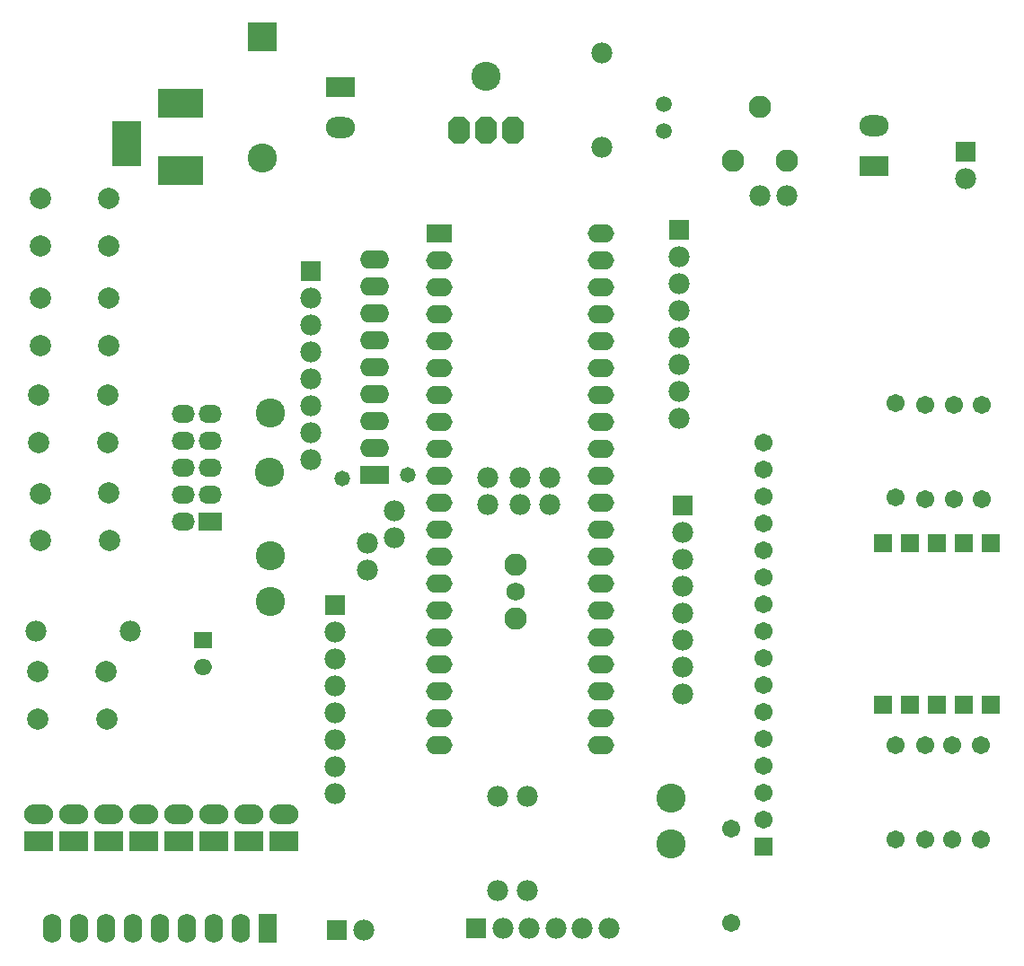
<source format=gts>
G04*
G04 #@! TF.GenerationSoftware,Altium Limited,Altium Designer,21.0.8 (223)*
G04*
G04 Layer_Color=8388736*
%FSAX24Y24*%
%MOIN*%
G70*
G04*
G04 #@! TF.SameCoordinates,60160E94-E268-4AC3-8077-459848BE01EC*
G04*
G04*
G04 #@! TF.FilePolarity,Negative*
G04*
G01*
G75*
%ADD20C,0.0780*%
%ADD21O,0.0980X0.0680*%
%ADD22R,0.0980X0.0680*%
%ADD23C,0.1080*%
%ADD24R,0.1080X0.1080*%
%ADD25R,0.1680X0.1080*%
%ADD26R,0.1080X0.1680*%
%ADD27C,0.0830*%
%ADD28C,0.0680*%
%ADD29C,0.0671*%
%ADD30R,0.0671X0.0671*%
%ADD31C,0.0789*%
%ADD32R,0.0780X0.0780*%
G04:AMPARAMS|DCode=33|XSize=78mil|YSize=98mil|CornerRadius=0mil|HoleSize=0mil|Usage=FLASHONLY|Rotation=0.000|XOffset=0mil|YOffset=0mil|HoleType=Round|Shape=Octagon|*
%AMOCTAGOND33*
4,1,8,-0.0195,0.0490,0.0195,0.0490,0.0390,0.0295,0.0390,-0.0295,0.0195,-0.0490,-0.0195,-0.0490,-0.0390,-0.0295,-0.0390,0.0295,-0.0195,0.0490,0.0*
%
%ADD33OCTAGOND33*%

%ADD34O,0.1080X0.0680*%
%ADD35R,0.1080X0.0680*%
%ADD36O,0.0680X0.1080*%
%ADD37R,0.0680X0.1080*%
%ADD38R,0.0671X0.0671*%
%ADD39O,0.0867X0.0671*%
%ADD40R,0.0867X0.0671*%
%ADD41O,0.1080X0.0730*%
%ADD42R,0.1080X0.0730*%
%ADD43C,0.0592*%
%ADD44R,0.0780X0.0780*%
%ADD45R,0.0671X0.0592*%
%ADD46O,0.0671X0.0592*%
%ADD47R,0.1080X0.0780*%
%ADD48O,0.1080X0.0780*%
%ADD49C,0.0580*%
D20*
X048900Y041900D02*
D03*
X049900D02*
D03*
X046050Y028400D02*
D03*
Y023400D02*
D03*
Y024400D02*
D03*
Y025400D02*
D03*
Y026400D02*
D03*
Y027400D02*
D03*
Y029400D02*
D03*
X056550Y042550D02*
D03*
X040282Y016100D02*
D03*
Y019600D02*
D03*
X039181Y016100D02*
D03*
Y019600D02*
D03*
X025550Y025750D02*
D03*
X022050D02*
D03*
X043050Y043700D02*
D03*
Y047200D02*
D03*
X039366Y014700D02*
D03*
X040350D02*
D03*
X041334D02*
D03*
X042319D02*
D03*
X043303D02*
D03*
X045900Y039650D02*
D03*
Y037650D02*
D03*
Y036650D02*
D03*
Y035650D02*
D03*
Y034650D02*
D03*
Y033650D02*
D03*
Y038650D02*
D03*
X034350Y029000D02*
D03*
Y028000D02*
D03*
X035350Y030200D02*
D03*
Y029200D02*
D03*
X041100Y030450D02*
D03*
Y031450D02*
D03*
X038800Y030450D02*
D03*
Y031450D02*
D03*
X040000Y030450D02*
D03*
Y031450D02*
D03*
X034200Y014650D02*
D03*
X033150Y025700D02*
D03*
Y023700D02*
D03*
Y022700D02*
D03*
Y021700D02*
D03*
Y020700D02*
D03*
Y019700D02*
D03*
Y024700D02*
D03*
X032250Y038100D02*
D03*
Y036100D02*
D03*
Y035100D02*
D03*
Y034100D02*
D03*
Y033100D02*
D03*
Y032100D02*
D03*
Y037100D02*
D03*
D21*
X043000Y021500D02*
D03*
Y022500D02*
D03*
Y023500D02*
D03*
Y024500D02*
D03*
Y025500D02*
D03*
Y026500D02*
D03*
Y027500D02*
D03*
Y028500D02*
D03*
Y029500D02*
D03*
Y030500D02*
D03*
Y031500D02*
D03*
Y032500D02*
D03*
Y033500D02*
D03*
Y034500D02*
D03*
Y035500D02*
D03*
Y036500D02*
D03*
Y037500D02*
D03*
Y038500D02*
D03*
Y039500D02*
D03*
Y040500D02*
D03*
X037000Y021500D02*
D03*
Y022500D02*
D03*
Y023500D02*
D03*
Y024500D02*
D03*
Y025500D02*
D03*
Y026500D02*
D03*
Y027500D02*
D03*
Y028500D02*
D03*
Y029500D02*
D03*
Y030500D02*
D03*
Y031500D02*
D03*
Y032500D02*
D03*
Y033500D02*
D03*
Y034500D02*
D03*
Y035500D02*
D03*
Y036500D02*
D03*
Y037500D02*
D03*
Y038500D02*
D03*
Y039500D02*
D03*
D22*
Y040500D02*
D03*
D23*
X030450Y043300D02*
D03*
X045600Y019550D02*
D03*
Y017850D02*
D03*
X030750Y026850D02*
D03*
Y028550D02*
D03*
X038750Y046350D02*
D03*
X030700Y031650D02*
D03*
X030750Y033850D02*
D03*
D24*
X030450Y047800D02*
D03*
D25*
X027400Y042850D02*
D03*
Y045350D02*
D03*
D26*
X025400Y043850D02*
D03*
D27*
X039850Y026200D02*
D03*
Y028200D02*
D03*
X049900Y043200D02*
D03*
X048900Y045200D02*
D03*
X047900Y043200D02*
D03*
D28*
X039850Y027200D02*
D03*
D29*
X057150Y034150D02*
D03*
Y030650D02*
D03*
X056100Y034150D02*
D03*
Y030650D02*
D03*
X055050Y034150D02*
D03*
Y030650D02*
D03*
X053950Y034200D02*
D03*
Y030700D02*
D03*
X057100Y018000D02*
D03*
Y021500D02*
D03*
X056050Y018000D02*
D03*
Y021500D02*
D03*
X055050Y018000D02*
D03*
Y021500D02*
D03*
X053950Y018000D02*
D03*
Y021500D02*
D03*
X047850Y018400D02*
D03*
Y014900D02*
D03*
X049050Y032750D02*
D03*
Y031750D02*
D03*
Y030750D02*
D03*
Y029750D02*
D03*
Y028750D02*
D03*
Y027750D02*
D03*
Y026750D02*
D03*
Y025750D02*
D03*
Y024750D02*
D03*
Y023750D02*
D03*
Y022750D02*
D03*
Y021750D02*
D03*
Y020750D02*
D03*
Y019750D02*
D03*
Y018750D02*
D03*
D30*
X053460Y029000D02*
D03*
X054460D02*
D03*
X055460D02*
D03*
X056460D02*
D03*
X057460D02*
D03*
Y023000D02*
D03*
X056460D02*
D03*
X055460D02*
D03*
X054460D02*
D03*
X053460D02*
D03*
D31*
X024660Y022480D02*
D03*
X024650Y024250D02*
D03*
X022100Y024240D02*
D03*
Y022480D02*
D03*
X022200Y029090D02*
D03*
Y030850D02*
D03*
X024750Y030860D02*
D03*
X024760Y029090D02*
D03*
X022140Y032750D02*
D03*
Y034510D02*
D03*
X024690Y034520D02*
D03*
X024700Y032750D02*
D03*
X022190Y036350D02*
D03*
Y038110D02*
D03*
X024740Y038120D02*
D03*
X024750Y036350D02*
D03*
Y041800D02*
D03*
Y040040D02*
D03*
X022200Y040030D02*
D03*
X022190Y041800D02*
D03*
D32*
X046050Y030400D02*
D03*
X056550Y043550D02*
D03*
X045900Y040650D02*
D03*
X033150Y026700D02*
D03*
X032250Y039100D02*
D03*
D33*
X037750Y044350D02*
D03*
X038750D02*
D03*
X039750D02*
D03*
D34*
X034600Y038550D02*
D03*
Y036550D02*
D03*
Y034550D02*
D03*
Y033550D02*
D03*
Y032550D02*
D03*
Y035550D02*
D03*
Y037550D02*
D03*
Y039550D02*
D03*
D35*
Y031550D02*
D03*
D36*
X023650Y014700D02*
D03*
X025650D02*
D03*
X027650D02*
D03*
X028650D02*
D03*
X029650D02*
D03*
X026650D02*
D03*
X024650D02*
D03*
X022650D02*
D03*
D37*
X030650D02*
D03*
D38*
X049050Y017750D02*
D03*
D39*
X028500Y033800D02*
D03*
Y032800D02*
D03*
Y031800D02*
D03*
Y030800D02*
D03*
X027500Y029800D02*
D03*
Y030800D02*
D03*
Y031800D02*
D03*
Y032800D02*
D03*
Y033800D02*
D03*
D40*
X028500Y029800D02*
D03*
D41*
X031250Y018950D02*
D03*
X029950D02*
D03*
X028650D02*
D03*
X027350D02*
D03*
X026050D02*
D03*
X024750D02*
D03*
X023450D02*
D03*
X022150D02*
D03*
D42*
X031250Y017950D02*
D03*
X029950D02*
D03*
X028650D02*
D03*
X027350D02*
D03*
X026050D02*
D03*
X024750D02*
D03*
X023450D02*
D03*
X022150D02*
D03*
D43*
X045350Y045300D02*
D03*
Y044300D02*
D03*
D44*
X038382Y014700D02*
D03*
X033200Y014650D02*
D03*
D45*
X028250Y025400D02*
D03*
D46*
Y024400D02*
D03*
D47*
X053150Y043000D02*
D03*
X033350Y045950D02*
D03*
D48*
X053150Y044500D02*
D03*
X033350Y044450D02*
D03*
D49*
X033400Y031400D02*
D03*
X035850Y031550D02*
D03*
M02*

</source>
